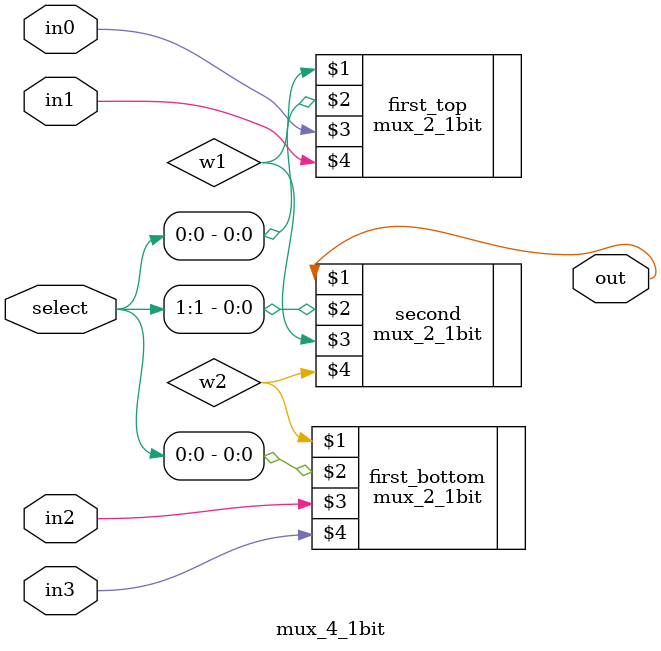
<source format=v>
module mux_4_1bit(out, select, in0, in1, in2, in3);
	input [1:0] select;
	input in0, in1, in2, in3;
	output out;
	wire w1, w2;
	mux_2_1bit first_top(w1, select[0], in0, in1);
	mux_2_1bit first_bottom(w2, select[0], in2, in3);
	mux_2_1bit second(out, select[1], w1, w2);
endmodule
</source>
